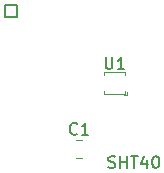
<source format=gbr>
%TF.GenerationSoftware,KiCad,Pcbnew,6.0.7-f9a2dced07~116~ubuntu20.04.1*%
%TF.CreationDate,2022-10-31T14:47:35+01:00*%
%TF.ProjectId,sht40_board,73687434-305f-4626-9f61-72642e6b6963,rev?*%
%TF.SameCoordinates,Original*%
%TF.FileFunction,Legend,Top*%
%TF.FilePolarity,Positive*%
%FSLAX46Y46*%
G04 Gerber Fmt 4.6, Leading zero omitted, Abs format (unit mm)*
G04 Created by KiCad (PCBNEW 6.0.7-f9a2dced07~116~ubuntu20.04.1) date 2022-10-31 14:47:35*
%MOMM*%
%LPD*%
G01*
G04 APERTURE LIST*
%ADD10C,0.150000*%
%ADD11C,0.120000*%
G04 APERTURE END LIST*
D10*
X135128000Y-64008000D02*
X136144000Y-64008000D01*
X136144000Y-64008000D02*
X136144000Y-65024000D01*
X136144000Y-65024000D02*
X135128000Y-65024000D01*
X135128000Y-65024000D02*
X135128000Y-64008000D01*
X143907142Y-77747761D02*
X144050000Y-77795380D01*
X144288095Y-77795380D01*
X144383333Y-77747761D01*
X144430952Y-77700142D01*
X144478571Y-77604904D01*
X144478571Y-77509666D01*
X144430952Y-77414428D01*
X144383333Y-77366809D01*
X144288095Y-77319190D01*
X144097619Y-77271571D01*
X144002380Y-77223952D01*
X143954761Y-77176333D01*
X143907142Y-77081095D01*
X143907142Y-76985857D01*
X143954761Y-76890619D01*
X144002380Y-76843000D01*
X144097619Y-76795380D01*
X144335714Y-76795380D01*
X144478571Y-76843000D01*
X144907142Y-77795380D02*
X144907142Y-76795380D01*
X144907142Y-77271571D02*
X145478571Y-77271571D01*
X145478571Y-77795380D02*
X145478571Y-76795380D01*
X145811904Y-76795380D02*
X146383333Y-76795380D01*
X146097619Y-77795380D02*
X146097619Y-76795380D01*
X147145238Y-77128714D02*
X147145238Y-77795380D01*
X146907142Y-76747761D02*
X146669047Y-77462047D01*
X147288095Y-77462047D01*
X147859523Y-76795380D02*
X147954761Y-76795380D01*
X148050000Y-76843000D01*
X148097619Y-76890619D01*
X148145238Y-76985857D01*
X148192857Y-77176333D01*
X148192857Y-77414428D01*
X148145238Y-77604904D01*
X148097619Y-77700142D01*
X148050000Y-77747761D01*
X147954761Y-77795380D01*
X147859523Y-77795380D01*
X147764285Y-77747761D01*
X147716666Y-77700142D01*
X147669047Y-77604904D01*
X147621428Y-77414428D01*
X147621428Y-77176333D01*
X147669047Y-76985857D01*
X147716666Y-76890619D01*
X147764285Y-76843000D01*
X147859523Y-76795380D01*
%TO.C,C1*%
X141250333Y-74877142D02*
X141202714Y-74924761D01*
X141059857Y-74972380D01*
X140964619Y-74972380D01*
X140821761Y-74924761D01*
X140726523Y-74829523D01*
X140678904Y-74734285D01*
X140631285Y-74543809D01*
X140631285Y-74400952D01*
X140678904Y-74210476D01*
X140726523Y-74115238D01*
X140821761Y-74020000D01*
X140964619Y-73972380D01*
X141059857Y-73972380D01*
X141202714Y-74020000D01*
X141250333Y-74067619D01*
X142202714Y-74972380D02*
X141631285Y-74972380D01*
X141917000Y-74972380D02*
X141917000Y-73972380D01*
X141821761Y-74115238D01*
X141726523Y-74210476D01*
X141631285Y-74258095D01*
%TO.C,U1*%
X143675095Y-68413380D02*
X143675095Y-69222904D01*
X143722714Y-69318142D01*
X143770333Y-69365761D01*
X143865571Y-69413380D01*
X144056047Y-69413380D01*
X144151285Y-69365761D01*
X144198904Y-69318142D01*
X144246523Y-69222904D01*
X144246523Y-68413380D01*
X145246523Y-69413380D02*
X144675095Y-69413380D01*
X144960809Y-69413380D02*
X144960809Y-68413380D01*
X144865571Y-68556238D01*
X144770333Y-68651476D01*
X144675095Y-68699095D01*
D11*
%TO.C,C1*%
X141155748Y-75465000D02*
X141678252Y-75465000D01*
X141155748Y-76935000D02*
X141678252Y-76935000D01*
%TO.C,U1*%
X145337000Y-69893000D02*
X145337000Y-69693000D01*
X145337000Y-71493000D02*
X143537000Y-71493000D01*
X145437000Y-71393000D02*
X145437000Y-71593000D01*
X143537000Y-71493000D02*
X143537000Y-71293000D01*
X145337000Y-69693000D02*
X143537000Y-69693000D01*
X143537000Y-69693000D02*
X143537000Y-69893000D01*
X145337000Y-71293000D02*
X145337000Y-71493000D01*
X145437000Y-71593000D02*
X145237000Y-71593000D01*
%TD*%
M02*

</source>
